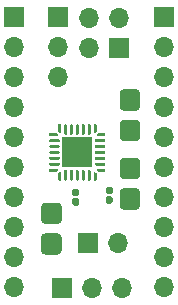
<source format=gts>
G04 #@! TF.GenerationSoftware,KiCad,Pcbnew,(5.1.8)-1*
G04 #@! TF.CreationDate,2021-06-06T22:48:38+01:00*
G04 #@! TF.ProjectId,qfn-practice,71666e2d-7072-4616-9374-6963652e6b69,rev?*
G04 #@! TF.SameCoordinates,Original*
G04 #@! TF.FileFunction,Soldermask,Top*
G04 #@! TF.FilePolarity,Negative*
%FSLAX46Y46*%
G04 Gerber Fmt 4.6, Leading zero omitted, Abs format (unit mm)*
G04 Created by KiCad (PCBNEW (5.1.8)-1) date 2021-06-06 22:48:38*
%MOMM*%
%LPD*%
G01*
G04 APERTURE LIST*
%ADD10R,1.700000X1.700000*%
%ADD11O,1.700000X1.700000*%
%ADD12C,0.100000*%
%ADD13R,2.500000X2.500000*%
G04 APERTURE END LIST*
D10*
G04 #@! TO.C,J1*
X162560000Y-58420000D03*
D11*
X162560000Y-60960000D03*
X162560000Y-63500000D03*
X162560000Y-66040000D03*
X162560000Y-68580000D03*
X162560000Y-71120000D03*
X162560000Y-73660000D03*
X162560000Y-76200000D03*
X162560000Y-78740000D03*
X162560000Y-81280000D03*
G04 #@! TD*
G04 #@! TO.C,J2*
X149860000Y-81280000D03*
X149860000Y-78740000D03*
X149860000Y-76200000D03*
X149860000Y-73660000D03*
X149860000Y-71120000D03*
X149860000Y-68580000D03*
X149860000Y-66040000D03*
X149860000Y-63500000D03*
X149860000Y-60960000D03*
D10*
X149860000Y-58420000D03*
G04 #@! TD*
D12*
G04 #@! TO.C,U2*
G36*
X156655139Y-71470865D02*
G01*
X156663581Y-71473425D01*
X156671361Y-71477584D01*
X156678180Y-71483180D01*
X156811820Y-71616820D01*
X156817416Y-71623639D01*
X156821575Y-71631419D01*
X156824135Y-71639861D01*
X156825000Y-71648640D01*
X156825000Y-72180000D01*
X156824135Y-72188779D01*
X156821575Y-72197221D01*
X156817416Y-72205001D01*
X156811820Y-72211820D01*
X156805001Y-72217416D01*
X156797221Y-72221575D01*
X156788779Y-72224135D01*
X156780000Y-72225000D01*
X156620000Y-72225000D01*
X156611221Y-72224135D01*
X156602779Y-72221575D01*
X156594999Y-72217416D01*
X156588180Y-72211820D01*
X156582584Y-72205001D01*
X156578425Y-72197221D01*
X156575865Y-72188779D01*
X156575000Y-72180000D01*
X156575000Y-71515000D01*
X156575865Y-71506221D01*
X156578425Y-71497779D01*
X156582584Y-71489999D01*
X156588180Y-71483180D01*
X156594999Y-71477584D01*
X156602779Y-71473425D01*
X156611221Y-71470865D01*
X156620000Y-71470000D01*
X156646360Y-71470000D01*
X156655139Y-71470865D01*
G37*
G36*
X153543779Y-71225865D02*
G01*
X153552221Y-71228425D01*
X153560001Y-71232584D01*
X153566820Y-71238180D01*
X153572416Y-71244999D01*
X153576575Y-71252779D01*
X153579135Y-71261221D01*
X153580000Y-71270000D01*
X153580000Y-71296360D01*
X153579135Y-71305139D01*
X153576575Y-71313581D01*
X153572416Y-71321361D01*
X153566820Y-71328180D01*
X153433180Y-71461820D01*
X153426361Y-71467416D01*
X153418581Y-71471575D01*
X153410139Y-71474135D01*
X153401360Y-71475000D01*
X152870000Y-71475000D01*
X152861221Y-71474135D01*
X152852779Y-71471575D01*
X152844999Y-71467416D01*
X152838180Y-71461820D01*
X152832584Y-71455001D01*
X152828425Y-71447221D01*
X152825865Y-71438779D01*
X152825000Y-71430000D01*
X152825000Y-71270000D01*
X152825865Y-71261221D01*
X152828425Y-71252779D01*
X152832584Y-71244999D01*
X152838180Y-71238180D01*
X152844999Y-71232584D01*
X152852779Y-71228425D01*
X152861221Y-71225865D01*
X152870000Y-71225000D01*
X153535000Y-71225000D01*
X153543779Y-71225865D01*
G37*
G36*
G01*
X154075000Y-72162500D02*
X154075000Y-71412500D01*
G75*
G02*
X154137500Y-71350000I62500J0D01*
G01*
X154262500Y-71350000D01*
G75*
G02*
X154325000Y-71412500I0J-62500D01*
G01*
X154325000Y-72162500D01*
G75*
G02*
X154262500Y-72225000I-62500J0D01*
G01*
X154137500Y-72225000D01*
G75*
G02*
X154075000Y-72162500I0J62500D01*
G01*
G37*
G36*
G01*
X152825000Y-68912500D02*
X152825000Y-68787500D01*
G75*
G02*
X152887500Y-68725000I62500J0D01*
G01*
X153637500Y-68725000D01*
G75*
G02*
X153700000Y-68787500I0J-62500D01*
G01*
X153700000Y-68912500D01*
G75*
G02*
X153637500Y-68975000I-62500J0D01*
G01*
X152887500Y-68975000D01*
G75*
G02*
X152825000Y-68912500I0J62500D01*
G01*
G37*
G36*
X153788779Y-67475865D02*
G01*
X153797221Y-67478425D01*
X153805001Y-67482584D01*
X153811820Y-67488180D01*
X153817416Y-67494999D01*
X153821575Y-67502779D01*
X153824135Y-67511221D01*
X153825000Y-67520000D01*
X153825000Y-68185000D01*
X153824135Y-68193779D01*
X153821575Y-68202221D01*
X153817416Y-68210001D01*
X153811820Y-68216820D01*
X153805001Y-68222416D01*
X153797221Y-68226575D01*
X153788779Y-68229135D01*
X153780000Y-68230000D01*
X153753640Y-68230000D01*
X153744861Y-68229135D01*
X153736419Y-68226575D01*
X153728639Y-68222416D01*
X153721820Y-68216820D01*
X153588180Y-68083180D01*
X153582584Y-68076361D01*
X153578425Y-68068581D01*
X153575865Y-68060139D01*
X153575000Y-68051360D01*
X153575000Y-67520000D01*
X153575865Y-67511221D01*
X153578425Y-67502779D01*
X153582584Y-67494999D01*
X153588180Y-67488180D01*
X153594999Y-67482584D01*
X153602779Y-67478425D01*
X153611221Y-67475865D01*
X153620000Y-67475000D01*
X153780000Y-67475000D01*
X153788779Y-67475865D01*
G37*
G36*
G01*
X155075000Y-68287500D02*
X155075000Y-67537500D01*
G75*
G02*
X155137500Y-67475000I62500J0D01*
G01*
X155262500Y-67475000D01*
G75*
G02*
X155325000Y-67537500I0J-62500D01*
G01*
X155325000Y-68287500D01*
G75*
G02*
X155262500Y-68350000I-62500J0D01*
G01*
X155137500Y-68350000D01*
G75*
G02*
X155075000Y-68287500I0J62500D01*
G01*
G37*
G36*
G01*
X156700000Y-70912500D02*
X156700000Y-70787500D01*
G75*
G02*
X156762500Y-70725000I62500J0D01*
G01*
X157512500Y-70725000D01*
G75*
G02*
X157575000Y-70787500I0J-62500D01*
G01*
X157575000Y-70912500D01*
G75*
G02*
X157512500Y-70975000I-62500J0D01*
G01*
X156762500Y-70975000D01*
G75*
G02*
X156700000Y-70912500I0J62500D01*
G01*
G37*
G36*
G01*
X154075000Y-68287500D02*
X154075000Y-67537500D01*
G75*
G02*
X154137500Y-67475000I62500J0D01*
G01*
X154262500Y-67475000D01*
G75*
G02*
X154325000Y-67537500I0J-62500D01*
G01*
X154325000Y-68287500D01*
G75*
G02*
X154262500Y-68350000I-62500J0D01*
G01*
X154137500Y-68350000D01*
G75*
G02*
X154075000Y-68287500I0J62500D01*
G01*
G37*
G36*
G01*
X154575000Y-68287500D02*
X154575000Y-67537500D01*
G75*
G02*
X154637500Y-67475000I62500J0D01*
G01*
X154762500Y-67475000D01*
G75*
G02*
X154825000Y-67537500I0J-62500D01*
G01*
X154825000Y-68287500D01*
G75*
G02*
X154762500Y-68350000I-62500J0D01*
G01*
X154637500Y-68350000D01*
G75*
G02*
X154575000Y-68287500I0J62500D01*
G01*
G37*
G36*
G01*
X155575000Y-68287500D02*
X155575000Y-67537500D01*
G75*
G02*
X155637500Y-67475000I62500J0D01*
G01*
X155762500Y-67475000D01*
G75*
G02*
X155825000Y-67537500I0J-62500D01*
G01*
X155825000Y-68287500D01*
G75*
G02*
X155762500Y-68350000I-62500J0D01*
G01*
X155637500Y-68350000D01*
G75*
G02*
X155575000Y-68287500I0J62500D01*
G01*
G37*
G36*
G01*
X156075000Y-68287500D02*
X156075000Y-67537500D01*
G75*
G02*
X156137500Y-67475000I62500J0D01*
G01*
X156262500Y-67475000D01*
G75*
G02*
X156325000Y-67537500I0J-62500D01*
G01*
X156325000Y-68287500D01*
G75*
G02*
X156262500Y-68350000I-62500J0D01*
G01*
X156137500Y-68350000D01*
G75*
G02*
X156075000Y-68287500I0J62500D01*
G01*
G37*
G36*
X156788779Y-67475865D02*
G01*
X156797221Y-67478425D01*
X156805001Y-67482584D01*
X156811820Y-67488180D01*
X156817416Y-67494999D01*
X156821575Y-67502779D01*
X156824135Y-67511221D01*
X156825000Y-67520000D01*
X156825000Y-68051360D01*
X156824135Y-68060139D01*
X156821575Y-68068581D01*
X156817416Y-68076361D01*
X156811820Y-68083180D01*
X156678180Y-68216820D01*
X156671361Y-68222416D01*
X156663581Y-68226575D01*
X156655139Y-68229135D01*
X156646360Y-68230000D01*
X156620000Y-68230000D01*
X156611221Y-68229135D01*
X156602779Y-68226575D01*
X156594999Y-68222416D01*
X156588180Y-68216820D01*
X156582584Y-68210001D01*
X156578425Y-68202221D01*
X156575865Y-68193779D01*
X156575000Y-68185000D01*
X156575000Y-67520000D01*
X156575865Y-67511221D01*
X156578425Y-67502779D01*
X156582584Y-67494999D01*
X156588180Y-67488180D01*
X156594999Y-67482584D01*
X156602779Y-67478425D01*
X156611221Y-67475865D01*
X156620000Y-67475000D01*
X156780000Y-67475000D01*
X156788779Y-67475865D01*
G37*
G36*
G01*
X156700000Y-70412500D02*
X156700000Y-70287500D01*
G75*
G02*
X156762500Y-70225000I62500J0D01*
G01*
X157512500Y-70225000D01*
G75*
G02*
X157575000Y-70287500I0J-62500D01*
G01*
X157575000Y-70412500D01*
G75*
G02*
X157512500Y-70475000I-62500J0D01*
G01*
X156762500Y-70475000D01*
G75*
G02*
X156700000Y-70412500I0J62500D01*
G01*
G37*
G36*
X157538779Y-68225865D02*
G01*
X157547221Y-68228425D01*
X157555001Y-68232584D01*
X157561820Y-68238180D01*
X157567416Y-68244999D01*
X157571575Y-68252779D01*
X157574135Y-68261221D01*
X157575000Y-68270000D01*
X157575000Y-68430000D01*
X157574135Y-68438779D01*
X157571575Y-68447221D01*
X157567416Y-68455001D01*
X157561820Y-68461820D01*
X157555001Y-68467416D01*
X157547221Y-68471575D01*
X157538779Y-68474135D01*
X157530000Y-68475000D01*
X156865000Y-68475000D01*
X156856221Y-68474135D01*
X156847779Y-68471575D01*
X156839999Y-68467416D01*
X156833180Y-68461820D01*
X156827584Y-68455001D01*
X156823425Y-68447221D01*
X156820865Y-68438779D01*
X156820000Y-68430000D01*
X156820000Y-68403640D01*
X156820865Y-68394861D01*
X156823425Y-68386419D01*
X156827584Y-68378639D01*
X156833180Y-68371820D01*
X156966820Y-68238180D01*
X156973639Y-68232584D01*
X156981419Y-68228425D01*
X156989861Y-68225865D01*
X156998640Y-68225000D01*
X157530000Y-68225000D01*
X157538779Y-68225865D01*
G37*
G36*
G01*
X155575000Y-72162500D02*
X155575000Y-71412500D01*
G75*
G02*
X155637500Y-71350000I62500J0D01*
G01*
X155762500Y-71350000D01*
G75*
G02*
X155825000Y-71412500I0J-62500D01*
G01*
X155825000Y-72162500D01*
G75*
G02*
X155762500Y-72225000I-62500J0D01*
G01*
X155637500Y-72225000D01*
G75*
G02*
X155575000Y-72162500I0J62500D01*
G01*
G37*
G36*
G01*
X152825000Y-70912500D02*
X152825000Y-70787500D01*
G75*
G02*
X152887500Y-70725000I62500J0D01*
G01*
X153637500Y-70725000D01*
G75*
G02*
X153700000Y-70787500I0J-62500D01*
G01*
X153700000Y-70912500D01*
G75*
G02*
X153637500Y-70975000I-62500J0D01*
G01*
X152887500Y-70975000D01*
G75*
G02*
X152825000Y-70912500I0J62500D01*
G01*
G37*
G36*
G01*
X152825000Y-69912500D02*
X152825000Y-69787500D01*
G75*
G02*
X152887500Y-69725000I62500J0D01*
G01*
X153637500Y-69725000D01*
G75*
G02*
X153700000Y-69787500I0J-62500D01*
G01*
X153700000Y-69912500D01*
G75*
G02*
X153637500Y-69975000I-62500J0D01*
G01*
X152887500Y-69975000D01*
G75*
G02*
X152825000Y-69912500I0J62500D01*
G01*
G37*
G36*
G01*
X156700000Y-68912500D02*
X156700000Y-68787500D01*
G75*
G02*
X156762500Y-68725000I62500J0D01*
G01*
X157512500Y-68725000D01*
G75*
G02*
X157575000Y-68787500I0J-62500D01*
G01*
X157575000Y-68912500D01*
G75*
G02*
X157512500Y-68975000I-62500J0D01*
G01*
X156762500Y-68975000D01*
G75*
G02*
X156700000Y-68912500I0J62500D01*
G01*
G37*
G36*
G01*
X156700000Y-69412500D02*
X156700000Y-69287500D01*
G75*
G02*
X156762500Y-69225000I62500J0D01*
G01*
X157512500Y-69225000D01*
G75*
G02*
X157575000Y-69287500I0J-62500D01*
G01*
X157575000Y-69412500D01*
G75*
G02*
X157512500Y-69475000I-62500J0D01*
G01*
X156762500Y-69475000D01*
G75*
G02*
X156700000Y-69412500I0J62500D01*
G01*
G37*
G36*
G01*
X156700000Y-69912500D02*
X156700000Y-69787500D01*
G75*
G02*
X156762500Y-69725000I62500J0D01*
G01*
X157512500Y-69725000D01*
G75*
G02*
X157575000Y-69787500I0J-62500D01*
G01*
X157575000Y-69912500D01*
G75*
G02*
X157512500Y-69975000I-62500J0D01*
G01*
X156762500Y-69975000D01*
G75*
G02*
X156700000Y-69912500I0J62500D01*
G01*
G37*
G36*
G01*
X152825000Y-70412500D02*
X152825000Y-70287500D01*
G75*
G02*
X152887500Y-70225000I62500J0D01*
G01*
X153637500Y-70225000D01*
G75*
G02*
X153700000Y-70287500I0J-62500D01*
G01*
X153700000Y-70412500D01*
G75*
G02*
X153637500Y-70475000I-62500J0D01*
G01*
X152887500Y-70475000D01*
G75*
G02*
X152825000Y-70412500I0J62500D01*
G01*
G37*
G36*
G01*
X156075000Y-72162500D02*
X156075000Y-71412500D01*
G75*
G02*
X156137500Y-71350000I62500J0D01*
G01*
X156262500Y-71350000D01*
G75*
G02*
X156325000Y-71412500I0J-62500D01*
G01*
X156325000Y-72162500D01*
G75*
G02*
X156262500Y-72225000I-62500J0D01*
G01*
X156137500Y-72225000D01*
G75*
G02*
X156075000Y-72162500I0J62500D01*
G01*
G37*
G36*
X157538779Y-71225865D02*
G01*
X157547221Y-71228425D01*
X157555001Y-71232584D01*
X157561820Y-71238180D01*
X157567416Y-71244999D01*
X157571575Y-71252779D01*
X157574135Y-71261221D01*
X157575000Y-71270000D01*
X157575000Y-71430000D01*
X157574135Y-71438779D01*
X157571575Y-71447221D01*
X157567416Y-71455001D01*
X157561820Y-71461820D01*
X157555001Y-71467416D01*
X157547221Y-71471575D01*
X157538779Y-71474135D01*
X157530000Y-71475000D01*
X156998640Y-71475000D01*
X156989861Y-71474135D01*
X156981419Y-71471575D01*
X156973639Y-71467416D01*
X156966820Y-71461820D01*
X156833180Y-71328180D01*
X156827584Y-71321361D01*
X156823425Y-71313581D01*
X156820865Y-71305139D01*
X156820000Y-71296360D01*
X156820000Y-71270000D01*
X156820865Y-71261221D01*
X156823425Y-71252779D01*
X156827584Y-71244999D01*
X156833180Y-71238180D01*
X156839999Y-71232584D01*
X156847779Y-71228425D01*
X156856221Y-71225865D01*
X156865000Y-71225000D01*
X157530000Y-71225000D01*
X157538779Y-71225865D01*
G37*
G36*
G01*
X154575000Y-72162500D02*
X154575000Y-71412500D01*
G75*
G02*
X154637500Y-71350000I62500J0D01*
G01*
X154762500Y-71350000D01*
G75*
G02*
X154825000Y-71412500I0J-62500D01*
G01*
X154825000Y-72162500D01*
G75*
G02*
X154762500Y-72225000I-62500J0D01*
G01*
X154637500Y-72225000D01*
G75*
G02*
X154575000Y-72162500I0J62500D01*
G01*
G37*
G36*
X153410139Y-68225865D02*
G01*
X153418581Y-68228425D01*
X153426361Y-68232584D01*
X153433180Y-68238180D01*
X153566820Y-68371820D01*
X153572416Y-68378639D01*
X153576575Y-68386419D01*
X153579135Y-68394861D01*
X153580000Y-68403640D01*
X153580000Y-68430000D01*
X153579135Y-68438779D01*
X153576575Y-68447221D01*
X153572416Y-68455001D01*
X153566820Y-68461820D01*
X153560001Y-68467416D01*
X153552221Y-68471575D01*
X153543779Y-68474135D01*
X153535000Y-68475000D01*
X152870000Y-68475000D01*
X152861221Y-68474135D01*
X152852779Y-68471575D01*
X152844999Y-68467416D01*
X152838180Y-68461820D01*
X152832584Y-68455001D01*
X152828425Y-68447221D01*
X152825865Y-68438779D01*
X152825000Y-68430000D01*
X152825000Y-68270000D01*
X152825865Y-68261221D01*
X152828425Y-68252779D01*
X152832584Y-68244999D01*
X152838180Y-68238180D01*
X152844999Y-68232584D01*
X152852779Y-68228425D01*
X152861221Y-68225865D01*
X152870000Y-68225000D01*
X153401360Y-68225000D01*
X153410139Y-68225865D01*
G37*
G36*
G01*
X152825000Y-69412500D02*
X152825000Y-69287500D01*
G75*
G02*
X152887500Y-69225000I62500J0D01*
G01*
X153637500Y-69225000D01*
G75*
G02*
X153700000Y-69287500I0J-62500D01*
G01*
X153700000Y-69412500D01*
G75*
G02*
X153637500Y-69475000I-62500J0D01*
G01*
X152887500Y-69475000D01*
G75*
G02*
X152825000Y-69412500I0J62500D01*
G01*
G37*
G36*
X153788779Y-71470865D02*
G01*
X153797221Y-71473425D01*
X153805001Y-71477584D01*
X153811820Y-71483180D01*
X153817416Y-71489999D01*
X153821575Y-71497779D01*
X153824135Y-71506221D01*
X153825000Y-71515000D01*
X153825000Y-72180000D01*
X153824135Y-72188779D01*
X153821575Y-72197221D01*
X153817416Y-72205001D01*
X153811820Y-72211820D01*
X153805001Y-72217416D01*
X153797221Y-72221575D01*
X153788779Y-72224135D01*
X153780000Y-72225000D01*
X153620000Y-72225000D01*
X153611221Y-72224135D01*
X153602779Y-72221575D01*
X153594999Y-72217416D01*
X153588180Y-72211820D01*
X153582584Y-72205001D01*
X153578425Y-72197221D01*
X153575865Y-72188779D01*
X153575000Y-72180000D01*
X153575000Y-71648640D01*
X153575865Y-71639861D01*
X153578425Y-71631419D01*
X153582584Y-71623639D01*
X153588180Y-71616820D01*
X153721820Y-71483180D01*
X153728639Y-71477584D01*
X153736419Y-71473425D01*
X153744861Y-71470865D01*
X153753640Y-71470000D01*
X153780000Y-71470000D01*
X153788779Y-71470865D01*
G37*
G36*
G01*
X155075000Y-72162500D02*
X155075000Y-71412500D01*
G75*
G02*
X155137500Y-71350000I62500J0D01*
G01*
X155262500Y-71350000D01*
G75*
G02*
X155325000Y-71412500I0J-62500D01*
G01*
X155325000Y-72162500D01*
G75*
G02*
X155262500Y-72225000I-62500J0D01*
G01*
X155137500Y-72225000D01*
G75*
G02*
X155075000Y-72162500I0J62500D01*
G01*
G37*
D13*
X155200000Y-69850000D03*
G04 #@! TD*
G04 #@! TO.C,C1*
G36*
G01*
X160189000Y-74690800D02*
X159111000Y-74690800D01*
G75*
G02*
X158775000Y-74354800I0J336000D01*
G01*
X158775000Y-73226800D01*
G75*
G02*
X159111000Y-72890800I336000J0D01*
G01*
X160189000Y-72890800D01*
G75*
G02*
X160525000Y-73226800I0J-336000D01*
G01*
X160525000Y-74354800D01*
G75*
G02*
X160189000Y-74690800I-336000J0D01*
G01*
G37*
G36*
G01*
X160189000Y-72100000D02*
X159111000Y-72100000D01*
G75*
G02*
X158775000Y-71764000I0J336000D01*
G01*
X158775000Y-70636000D01*
G75*
G02*
X159111000Y-70300000I336000J0D01*
G01*
X160189000Y-70300000D01*
G75*
G02*
X160525000Y-70636000I0J-336000D01*
G01*
X160525000Y-71764000D01*
G75*
G02*
X160189000Y-72100000I-336000J0D01*
G01*
G37*
G04 #@! TD*
G04 #@! TO.C,C2*
G36*
G01*
X153539000Y-75909200D02*
X152461000Y-75909200D01*
G75*
G02*
X152125000Y-75573200I0J336000D01*
G01*
X152125000Y-74445200D01*
G75*
G02*
X152461000Y-74109200I336000J0D01*
G01*
X153539000Y-74109200D01*
G75*
G02*
X153875000Y-74445200I0J-336000D01*
G01*
X153875000Y-75573200D01*
G75*
G02*
X153539000Y-75909200I-336000J0D01*
G01*
G37*
G36*
G01*
X153539000Y-78500000D02*
X152461000Y-78500000D01*
G75*
G02*
X152125000Y-78164000I0J336000D01*
G01*
X152125000Y-77036000D01*
G75*
G02*
X152461000Y-76700000I336000J0D01*
G01*
X153539000Y-76700000D01*
G75*
G02*
X153875000Y-77036000I0J-336000D01*
G01*
X153875000Y-78164000D01*
G75*
G02*
X153539000Y-78500000I-336000J0D01*
G01*
G37*
G04 #@! TD*
G04 #@! TO.C,C3*
G36*
G01*
X159111000Y-64509200D02*
X160189000Y-64509200D01*
G75*
G02*
X160525000Y-64845200I0J-336000D01*
G01*
X160525000Y-65973200D01*
G75*
G02*
X160189000Y-66309200I-336000J0D01*
G01*
X159111000Y-66309200D01*
G75*
G02*
X158775000Y-65973200I0J336000D01*
G01*
X158775000Y-64845200D01*
G75*
G02*
X159111000Y-64509200I336000J0D01*
G01*
G37*
G36*
G01*
X159111000Y-67100000D02*
X160189000Y-67100000D01*
G75*
G02*
X160525000Y-67436000I0J-336000D01*
G01*
X160525000Y-68564000D01*
G75*
G02*
X160189000Y-68900000I-336000J0D01*
G01*
X159111000Y-68900000D01*
G75*
G02*
X158775000Y-68564000I0J336000D01*
G01*
X158775000Y-67436000D01*
G75*
G02*
X159111000Y-67100000I336000J0D01*
G01*
G37*
G04 #@! TD*
G04 #@! TO.C,JP2*
G36*
G01*
X158058750Y-73377500D02*
X157741250Y-73377500D01*
G75*
G02*
X157582500Y-73218750I0J158750D01*
G01*
X157582500Y-72901250D01*
G75*
G02*
X157741250Y-72742500I158750J0D01*
G01*
X158058750Y-72742500D01*
G75*
G02*
X158217500Y-72901250I0J-158750D01*
G01*
X158217500Y-73218750D01*
G75*
G02*
X158058750Y-73377500I-158750J0D01*
G01*
G37*
G36*
G01*
X158058750Y-74192500D02*
X157741250Y-74192500D01*
G75*
G02*
X157582500Y-74033750I0J158750D01*
G01*
X157582500Y-73716250D01*
G75*
G02*
X157741250Y-73557500I158750J0D01*
G01*
X158058750Y-73557500D01*
G75*
G02*
X158217500Y-73716250I0J-158750D01*
G01*
X158217500Y-74033750D01*
G75*
G02*
X158058750Y-74192500I-158750J0D01*
G01*
G37*
G04 #@! TD*
G04 #@! TO.C,JP5*
G36*
G01*
X154891250Y-73722500D02*
X155208750Y-73722500D01*
G75*
G02*
X155367500Y-73881250I0J-158750D01*
G01*
X155367500Y-74198750D01*
G75*
G02*
X155208750Y-74357500I-158750J0D01*
G01*
X154891250Y-74357500D01*
G75*
G02*
X154732500Y-74198750I0J158750D01*
G01*
X154732500Y-73881250D01*
G75*
G02*
X154891250Y-73722500I158750J0D01*
G01*
G37*
G36*
G01*
X154891250Y-72907500D02*
X155208750Y-72907500D01*
G75*
G02*
X155367500Y-73066250I0J-158750D01*
G01*
X155367500Y-73383750D01*
G75*
G02*
X155208750Y-73542500I-158750J0D01*
G01*
X154891250Y-73542500D01*
G75*
G02*
X154732500Y-73383750I0J158750D01*
G01*
X154732500Y-73066250D01*
G75*
G02*
X154891250Y-72907500I158750J0D01*
G01*
G37*
G04 #@! TD*
D10*
G04 #@! TO.C,J3*
X153900000Y-81300000D03*
D11*
X156440000Y-81300000D03*
X158980000Y-81300000D03*
G04 #@! TD*
D10*
G04 #@! TO.C,J5*
X156100000Y-77500000D03*
D11*
X158640000Y-77500000D03*
G04 #@! TD*
D10*
G04 #@! TO.C,J7*
X153550000Y-58400000D03*
D11*
X153550000Y-60940000D03*
X153550000Y-63480000D03*
G04 #@! TD*
D10*
G04 #@! TO.C,J4*
X158740000Y-61000000D03*
D11*
X156200000Y-61000000D03*
X158740000Y-58460000D03*
X156200000Y-58460000D03*
G04 #@! TD*
M02*

</source>
